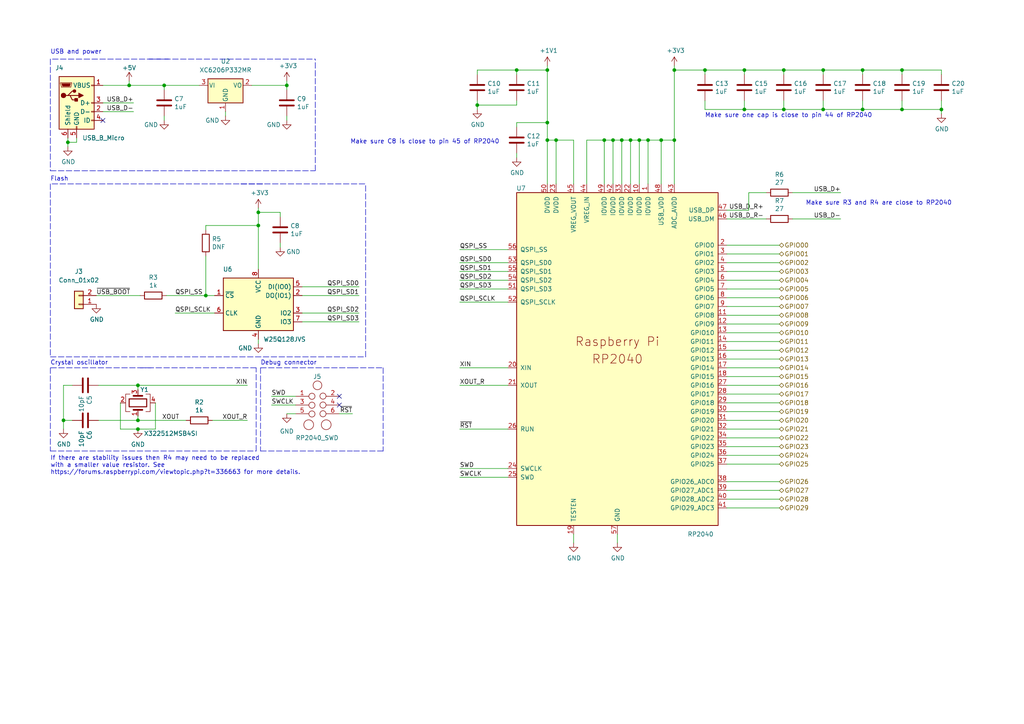
<source format=kicad_sch>
(kicad_sch (version 20211123) (generator eeschema)
  (paper "A4")
  (title_block (date "${DATE}") (rev "${VERSION}"))
  (lib_symbols
    (symbol "Connector:USB_B_Micro" (pin_names (offset 1.016))
      (property "Reference" "J" (at -5.08 11.43 0))
      (property "Value" "USB_B_Micro" (at -5.08 8.89 0))
      (symbol "USB_B_Micro_0_1"
        (rectangle (start -5.08 -7.62) (end 5.08 7.62) (stroke (width 0.254)) (fill (type background)))
        (circle (center -3.81 2.159) (radius 0.635) (stroke (width 0.254)) (fill (type outline)))
        (circle (center -0.635 3.429) (radius 0.381) (stroke (width 0.254)) (fill (type outline)))
        (rectangle (start -0.127 -7.62) (end 0.127 -6.858))
        (polyline (pts (xy -1.905 2.159) (xy 0.635 2.159)) (stroke (width 0.254)))
        (polyline (pts (xy -3.175 2.159) (xy -2.54 2.159) (xy -1.27 3.429) (xy -0.635 3.429)) (stroke (width 0.254)))
        (polyline (pts (xy -2.54 2.159) (xy -1.905 2.159) (xy -1.27 0.889) (xy 0 0.889)) (stroke (width 0.254)))
        (polyline (pts (xy 0.635 2.794) (xy 0.635 1.524) (xy 1.905 2.159) (xy 0.635 2.794)) (stroke (width 0.254)) (fill (type outline)))
        (polyline (pts (xy -4.318 5.588) (xy -1.778 5.588) (xy -2.032 4.826) (xy -4.064 4.826) (xy -4.318 5.588)) (fill (type outline)))
        (polyline (pts (xy -4.699 5.842) (xy -4.699 5.588) (xy -4.445 4.826) (xy -4.445 4.572) (xy -1.651 4.572) (xy -1.651 4.826) (xy -1.397 5.588) (xy -1.397 5.842) (xy -4.699 5.842)))
        (rectangle (start 0.254 1.27) (end -0.508 0.508) (stroke (width 0.254)) (fill (type outline)))
        (rectangle (start 5.08 -5.207) (end 4.318 -4.953))
        (rectangle (start 5.08 -2.667) (end 4.318 -2.413))
        (rectangle (start 5.08 -0.127) (end 4.318 0.127))
        (rectangle (start 5.08 4.953) (end 4.318 5.207))
      )
      (symbol "USB_B_Micro_1_1"
        (pin power_out line (at 7.62 5.08 180) (length 2.54) (name "VBUS") (number "1"))
        (pin bidirectional line (at 7.62 -2.54 180) (length 2.54) (name "D-") (number "2"))
        (pin bidirectional line (at 7.62 0 180) (length 2.54) (name "D+") (number "3"))
        (pin passive line (at 7.62 -5.08 180) (length 2.54) (name "ID") (number "4"))
        (pin power_out line (at 0 -10.16 90) (length 2.54) (name "GND") (number "5"))
        (pin passive line (at -2.54 -10.16 90) (length 2.54) (name "Shield") (number "6"))
      )
    )
    (symbol "Connector_Generic:Conn_01x02" (pin_names (offset 1.016) hide)
      (property "Reference" "J" (at 0 2.54 0))
      (property "Value" "Conn_01x02" (at 0 -5.08 0))
      (symbol "Conn_01x02_1_1"
        (rectangle (start -1.27 -2.413) (end 0 -2.667) (stroke (width 0.1524)))
        (rectangle (start -1.27 0.127) (end 0 -0.127) (stroke (width 0.1524)))
        (rectangle (start -1.27 1.27) (end 1.27 -3.81) (stroke (width 0.254)) (fill (type background)))
        (pin passive line (at -5.08 0 0) (length 3.81) (name "Pin_1") (number "1"))
        (pin passive line (at -5.08 -2.54 0) (length 3.81) (name "Pin_2") (number "2"))
      )
    )
    (symbol "Custom_Symbols:RP2040" (pin_names (offset 1.016))
      (property "Reference" "U" (at -29.21 49.53 0))
      (property "Value" "RP2040" (at 24.13 -49.53 0))
      (symbol "RP2040_0_0"
        (text "Raspberry Pi" (at 0 5.08 0) (effects (font (size 2.54 2.54))))
        (text "RP2040" (at 0 0 0) (effects (font (size 2.54 2.54))))
      )
      (symbol "RP2040_0_1"
        (rectangle (start 29.21 48.26) (end -29.21 -48.26) (stroke (width 0.254)) (fill (type background)))
      )
      (symbol "RP2040_1_1"
        (pin power_in line (at 8.89 50.8 270) (length 2.54) (name "IOVDD") (number "1"))
        (pin power_in line (at 6.35 50.8 270) (length 2.54) (name "IOVDD") (number "10"))
        (pin bidirectional line (at 31.75 12.7 180) (length 2.54) (name "GPIO8") (number "11"))
        (pin bidirectional line (at 31.75 10.16 180) (length 2.54) (name "GPIO9") (number "12"))
        (pin bidirectional line (at 31.75 7.62 180) (length 2.54) (name "GPIO10") (number "13"))
        (pin bidirectional line (at 31.75 5.08 180) (length 2.54) (name "GPIO11") (number "14"))
        (pin bidirectional line (at 31.75 2.54 180) (length 2.54) (name "GPIO12") (number "15"))
        (pin bidirectional line (at 31.75 0 180) (length 2.54) (name "GPIO13") (number "16"))
        (pin bidirectional line (at 31.75 -2.54 180) (length 2.54) (name "GPIO14") (number "17"))
        (pin bidirectional line (at 31.75 -5.08 180) (length 2.54) (name "GPIO15") (number "18"))
        (pin passive line (at -12.7 -50.8 90) (length 2.54) (name "TESTEN") (number "19"))
        (pin bidirectional line (at 31.75 33.02 180) (length 2.54) (name "GPIO0") (number "2"))
        (pin input line (at -31.75 -2.54 0) (length 2.54) (name "XIN") (number "20"))
        (pin passive line (at -31.75 -7.62 0) (length 2.54) (name "XOUT") (number "21"))
        (pin power_in line (at 3.81 50.8 270) (length 2.54) (name "IOVDD") (number "22"))
        (pin power_in line (at -17.78 50.8 270) (length 2.54) (name "DVDD") (number "23"))
        (pin output line (at -31.75 -31.75 0) (length 2.54) (name "SWCLK") (number "24"))
        (pin bidirectional line (at -31.75 -34.29 0) (length 2.54) (name "SWD") (number "25"))
        (pin input line (at -31.75 -20.32 0) (length 2.54) (name "RUN") (number "26"))
        (pin bidirectional line (at 31.75 -7.62 180) (length 2.54) (name "GPIO16") (number "27"))
        (pin bidirectional line (at 31.75 -10.16 180) (length 2.54) (name "GPIO17") (number "28"))
        (pin bidirectional line (at 31.75 -12.7 180) (length 2.54) (name "GPIO18") (number "29"))
        (pin bidirectional line (at 31.75 30.48 180) (length 2.54) (name "GPIO1") (number "3"))
        (pin bidirectional line (at 31.75 -15.24 180) (length 2.54) (name "GPIO19") (number "30"))
        (pin bidirectional line (at 31.75 -17.78 180) (length 2.54) (name "GPIO20") (number "31"))
        (pin bidirectional line (at 31.75 -20.32 180) (length 2.54) (name "GPIO21") (number "32"))
        (pin power_in line (at 1.27 50.8 270) (length 2.54) (name "IOVDD") (number "33"))
        (pin bidirectional line (at 31.75 -22.86 180) (length 2.54) (name "GPIO22") (number "34"))
        (pin bidirectional line (at 31.75 -25.4 180) (length 2.54) (name "GPIO23") (number "35"))
        (pin bidirectional line (at 31.75 -27.94 180) (length 2.54) (name "GPIO24") (number "36"))
        (pin bidirectional line (at 31.75 -30.48 180) (length 2.54) (name "GPIO25") (number "37"))
        (pin bidirectional line (at 31.75 -35.56 180) (length 2.54) (name "GPIO26_ADC0") (number "38"))
        (pin bidirectional line (at 31.75 -38.1 180) (length 2.54) (name "GPIO27_ADC1") (number "39"))
        (pin bidirectional line (at 31.75 27.94 180) (length 2.54) (name "GPIO2") (number "4"))
        (pin bidirectional line (at 31.75 -40.64 180) (length 2.54) (name "GPIO28_ADC2") (number "40"))
        (pin bidirectional line (at 31.75 -43.18 180) (length 2.54) (name "GPIO29_ADC3") (number "41"))
        (pin power_in line (at -1.27 50.8 270) (length 2.54) (name "IOVDD") (number "42"))
        (pin power_in line (at 16.51 50.8 270) (length 2.54) (name "ADC_AVDD") (number "43"))
        (pin power_in line (at -8.89 50.8 270) (length 2.54) (name "VREG_IN") (number "44"))
        (pin power_out line (at -12.7 50.8 270) (length 2.54) (name "VREG_VOUT") (number "45"))
        (pin bidirectional line (at 31.75 40.64 180) (length 2.54) (name "USB_DM") (number "46"))
        (pin bidirectional line (at 31.75 43.18 180) (length 2.54) (name "USB_DP") (number "47"))
        (pin power_in line (at 12.7 50.8 270) (length 2.54) (name "USB_VDD") (number "48"))
        (pin power_in line (at -3.81 50.8 270) (length 2.54) (name "IOVDD") (number "49"))
        (pin bidirectional line (at 31.75 25.4 180) (length 2.54) (name "GPIO3") (number "5"))
        (pin power_in line (at -20.32 50.8 270) (length 2.54) (name "DVDD") (number "50"))
        (pin bidirectional line (at -31.75 20.32 0) (length 2.54) (name "QSPI_SD3") (number "51"))
        (pin output line (at -31.75 16.51 0) (length 2.54) (name "QSPI_SCLK") (number "52"))
        (pin bidirectional line (at -31.75 27.94 0) (length 2.54) (name "QSPI_SD0") (number "53"))
        (pin bidirectional line (at -31.75 22.86 0) (length 2.54) (name "QSPI_SD2") (number "54"))
        (pin bidirectional line (at -31.75 25.4 0) (length 2.54) (name "QSPI_SD1") (number "55"))
        (pin bidirectional line (at -31.75 31.75 0) (length 2.54) (name "QSPI_SS") (number "56"))
        (pin power_in line (at 0 -50.8 90) (length 2.54) (name "GND") (number "57"))
        (pin bidirectional line (at 31.75 22.86 180) (length 2.54) (name "GPIO4") (number "6"))
        (pin bidirectional line (at 31.75 20.32 180) (length 2.54) (name "GPIO5") (number "7"))
        (pin bidirectional line (at 31.75 17.78 180) (length 2.54) (name "GPIO6") (number "8"))
        (pin bidirectional line (at 31.75 15.24 180) (length 2.54) (name "GPIO7") (number "9"))
      )
    )
    (symbol "Custom_Symbols:TC2030-IDC-NL" (pin_names (offset 1.016) hide)
      (property "Reference" "J" (at 0 -8.89 0))
      (property "Value" "TC2030-IDC-NL" (at 0.635 -11.43 0))
      (symbol "TC2030-IDC-NL_0_1"
        (circle (center -2.54 -5.715) (radius 1.4224))
        (circle (center -1.6002 2.54) (radius 0.889))
        (circle (center 0 5.715) (radius 1.27))
      )
      (symbol "TC2030-IDC-NL_1_1"
        (circle (center -1.6002 -2.5908) (radius 0.889))
        (circle (center -1.6002 -0.0508) (radius 0.889))
        (circle (center 1.6002 -2.54) (radius 0.889))
        (circle (center 1.6002 0) (radius 0.889))
        (circle (center 1.6002 2.5908) (radius 0.889))
        (circle (center 2.54 -5.715) (radius 1.4224))
        (pin passive line (at -6.35 2.54 0) (length 3.81) (name "Pin_1") (number "1"))
        (pin passive line (at 6.35 2.54 180) (length 3.81) (name "Pin_2") (number "2"))
        (pin passive line (at -6.35 0 0) (length 3.81) (name "Pin_3") (number "3"))
        (pin passive line (at 6.35 0 180) (length 3.81) (name "Pin_4") (number "4"))
        (pin passive line (at -6.35 -2.54 0) (length 3.81) (name "Pin_5") (number "5"))
        (pin passive line (at 6.35 -2.54 180) (length 3.81) (name "Pin_6") (number "6"))
      )
    )
    (symbol "Device:C" (pin_numbers hide) (pin_names (offset 0.254))
      (property "Reference" "C" (at 0.635 2.54 0))
      (property "Value" "C" (at 0.635 -2.54 0))
      (symbol "C_0_1"
        (polyline (pts (xy -2.032 -0.762) (xy 2.032 -0.762)) (stroke (width 0.508)))
        (polyline (pts (xy -2.032 0.762) (xy 2.032 0.762)) (stroke (width 0.508)))
      )
      (symbol "C_1_1"
        (pin passive line (at 0 3.81 270) (length 2.794) (name "~") (number "1"))
        (pin passive line (at 0 -3.81 90) (length 2.794) (name "~") (number "2"))
      )
    )
    (symbol "Device:Crystal_GND24" (pin_names (offset 1.016) hide)
      (property "Reference" "Y" (at 3.175 5.08 0))
      (property "Value" "Crystal_GND24" (at 3.175 3.175 0))
      (symbol "Crystal_GND24_0_1"
        (rectangle (start -1.143 2.54) (end 1.143 -2.54) (stroke (width 0.3048)))
        (polyline (pts (xy -2.54 0) (xy -2.032 0)))
        (polyline (pts (xy -2.032 -1.27) (xy -2.032 1.27)) (stroke (width 0.508)))
        (polyline (pts (xy 0 -3.81) (xy 0 -3.556)))
        (polyline (pts (xy 0 3.556) (xy 0 3.81)))
        (polyline (pts (xy 2.032 -1.27) (xy 2.032 1.27)) (stroke (width 0.508)))
        (polyline (pts (xy 2.032 0) (xy 2.54 0)))
        (polyline (pts (xy -2.54 -2.286) (xy -2.54 -3.556) (xy 2.54 -3.556) (xy 2.54 -2.286)))
        (polyline (pts (xy -2.54 2.286) (xy -2.54 3.556) (xy 2.54 3.556) (xy 2.54 2.286)))
      )
      (symbol "Crystal_GND24_1_1"
        (pin passive line (at -3.81 0 0) (length 1.27) (name "1") (number "1"))
        (pin passive line (at 0 5.08 270) (length 1.27) (name "2") (number "2"))
        (pin passive line (at 3.81 0 180) (length 1.27) (name "3") (number "3"))
        (pin passive line (at 0 -5.08 90) (length 1.27) (name "4") (number "4"))
      )
    )
    (symbol "Device:R" (pin_numbers hide) (pin_names (offset 0))
      (property "Reference" "R" (at 2.032 0 90))
      (property "Value" "R" (at 0 0 90))
      (symbol "R_0_1"
        (rectangle (start -1.016 -2.54) (end 1.016 2.54) (stroke (width 0.254)))
      )
      (symbol "R_1_1"
        (pin passive line (at 0 3.81 270) (length 1.27) (name "~") (number "1"))
        (pin passive line (at 0 -3.81 90) (length 1.27) (name "~") (number "2"))
      )
    )
    (symbol "Memory_Flash:W25Q128JVS"
      (property "Reference" "U" (at -8.89 8.89 0))
      (property "Value" "W25Q128JVS" (at 7.62 8.89 0))
      (symbol "W25Q128JVS_0_1"
        (rectangle (start -10.16 7.62) (end 10.16 -7.62) (stroke (width 0.254)) (fill (type background)))
      )
      (symbol "W25Q128JVS_1_1"
        (pin input line (at -12.7 2.54 0) (length 2.54) (name "~{CS}") (number "1"))
        (pin bidirectional line (at 12.7 2.54 180) (length 2.54) (name "DO(IO1)") (number "2"))
        (pin bidirectional line (at 12.7 -2.54 180) (length 2.54) (name "IO2") (number "3"))
        (pin power_in line (at 0 -10.16 90) (length 2.54) (name "GND") (number "4"))
        (pin bidirectional line (at 12.7 5.08 180) (length 2.54) (name "DI(IO0)") (number "5"))
        (pin input line (at -12.7 -2.54 0) (length 2.54) (name "CLK") (number "6"))
        (pin bidirectional line (at 12.7 -5.08 180) (length 2.54) (name "IO3") (number "7"))
        (pin power_in line (at 0 10.16 270) (length 2.54) (name "VCC") (number "8"))
      )
    )
    (symbol "Regulator_Linear:XC6206PxxxMR" (pin_names (offset 0.254))
      (property "Reference" "U" (at -3.81 3.175 0))
      (property "Value" "XC6206PxxxMR" (at 0 3.175 0))
      (symbol "XC6206PxxxMR_0_1"
        (rectangle (start -5.08 1.905) (end 5.08 -5.08) (stroke (width 0.254)) (fill (type background)))
      )
      (symbol "XC6206PxxxMR_1_1"
        (pin power_in line (at 0 -7.62 90) (length 2.54) (name "GND") (number "1"))
        (pin power_out line (at 7.62 0 180) (length 2.54) (name "VO") (number "2"))
        (pin power_in line (at -7.62 0 0) (length 2.54) (name "VI") (number "3"))
      )
    )
    (symbol "power:+1V1" (power) (pin_names (offset 0))
      (property "Value" "+1V1" (at 0 3.556 0))
      (symbol "+1V1_0_1"
        (polyline (pts (xy -0.762 1.27) (xy 0 2.54)))
        (polyline (pts (xy 0 0) (xy 0 2.54)))
        (polyline (pts (xy 0 2.54) (xy 0.762 1.27)))
      )
      (symbol "+1V1_1_1"
        (pin power_in line (at 0 0 90) (length 0) hide (name "+1V1") (number "1"))
      )
    )
    (symbol "power:+3V3" (power) (pin_names (offset 0))
      (property "Value" "+3V3" (at 0 3.556 0))
      (symbol "+3V3_0_1"
        (polyline (pts (xy -0.762 1.27) (xy 0 2.54)))
        (polyline (pts (xy 0 0) (xy 0 2.54)))
        (polyline (pts (xy 0 2.54) (xy 0.762 1.27)))
      )
      (symbol "+3V3_1_1"
        (pin power_in line (at 0 0 90) (length 0) hide (name "+3V3") (number "1"))
      )
    )
    (symbol "power:+5V" (power) (pin_names (offset 0))
      (property "Value" "+5V" (at 0 3.556 0))
      (symbol "+5V_0_1"
        (polyline (pts (xy -0.762 1.27) (xy 0 2.54)))
        (polyline (pts (xy 0 0) (xy 0 2.54)))
        (polyline (pts (xy 0 2.54) (xy 0.762 1.27)))
      )
      (symbol "+5V_1_1"
        (pin power_in line (at 0 0 90) (length 0) hide (name "+5V") (number "1"))
      )
    )
    (symbol "power:GND" (power) (pin_names (offset 0))
      (property "Value" "GND" (at 0 -3.81 0))
      (symbol "GND_0_1"
        (polyline (pts (xy 0 0) (xy 0 -1.27) (xy 1.27 -1.27) (xy 0 -2.54) (xy -1.27 -1.27) (xy 0 -1.27)))
      )
      (symbol "GND_1_1"
        (pin power_in line (at 0 0 270) (length 0) hide (name "GND") (number "1"))
      )
    )
  )
  (junction (at 215.9 20.32))
  (junction (at 261.62 31.75))
  (junction (at 83.185 24.765))
  (junction (at 215.9 31.75))
  (junction (at 74.93 65.405))
  (junction (at 37.465 24.765))
  (junction (at 195.58 40.64))
  (junction (at 191.77 40.64))
  (junction (at 19.685 41.275))
  (junction (at 158.75 35.56))
  (junction (at 250.19 20.32))
  (junction (at 273.05 31.75))
  (junction (at 138.43 30.48))
  (junction (at 175.26 40.64))
  (junction (at 187.96 40.64))
  (junction (at 180.34 40.64))
  (junction (at 47.625 24.765))
  (junction (at 204.47 20.32))
  (junction (at 40.005 124.46))
  (junction (at 238.76 31.75))
  (junction (at 18.415 121.92))
  (junction (at 261.62 20.32))
  (junction (at 227.33 31.75))
  (junction (at 158.75 40.64))
  (junction (at 250.19 31.75))
  (junction (at 227.33 20.32))
  (junction (at 161.29 40.64))
  (junction (at 182.88 40.64))
  (junction (at 195.58 20.32))
  (junction (at 74.93 61.595))
  (junction (at 149.86 20.32))
  (junction (at 59.69 85.725))
  (junction (at 40.005 121.92))
  (junction (at 238.76 20.32))
  (junction (at 158.75 20.32))
  (junction (at 185.42 40.64))
  (junction (at 40.005 111.76))
  (junction (at 177.8 40.64))
  (no_connect (at 29.845 34.925))
  (no_connect (at 98.425 117.475))
  (no_connect (at 98.425 114.935))
  (wire (pts (xy 138.43 20.32) (xy 149.86 20.32)))
  (wire (pts (xy 147.32 111.76) (xy 133.35 111.76)))
  (wire (pts (xy 195.58 20.32) (xy 195.58 40.64)))
  (wire (pts (xy 210.82 116.84) (xy 226.06 116.84)))
  (wire (pts (xy 18.415 111.76) (xy 18.415 121.92)))
  (polyline (pts (xy 74.295 130.81) (xy 74.295 106.68)))
  (wire (pts (xy 250.19 31.75) (xy 238.76 31.75)))
  (wire (pts (xy 229.87 55.88) (xy 243.84 55.88)))
  (wire (pts (xy 166.37 154.94) (xy 166.37 157.48)))
  (wire (pts (xy 59.69 65.405) (xy 74.93 65.405)))
  (wire (pts (xy 40.64 85.725) (xy 27.94 85.725)))
  (wire (pts (xy 158.75 20.32) (xy 158.75 35.56)))
  (wire (pts (xy 34.925 116.84) (xy 34.925 124.46)))
  (wire (pts (xy 227.33 29.21) (xy 227.33 31.75)))
  (wire (pts (xy 78.74 114.935) (xy 85.725 114.935)))
  (wire (pts (xy 210.82 73.66) (xy 226.06 73.66)))
  (wire (pts (xy 210.82 81.28) (xy 226.06 81.28)))
  (wire (pts (xy 133.35 76.2) (xy 147.32 76.2)))
  (wire (pts (xy 133.35 106.68) (xy 147.32 106.68)))
  (wire (pts (xy 50.8 90.805) (xy 62.23 90.805)))
  (wire (pts (xy 210.82 96.52) (xy 226.06 96.52)))
  (wire (pts (xy 133.35 81.28) (xy 147.32 81.28)))
  (polyline (pts (xy 75.565 106.68) (xy 75.565 130.81)))
  (wire (pts (xy 81.28 61.595) (xy 74.93 61.595)))
  (wire (pts (xy 166.37 40.64) (xy 161.29 40.64)))
  (wire (pts (xy 191.77 40.64) (xy 195.58 40.64)))
  (wire (pts (xy 74.93 60.325) (xy 74.93 61.595)))
  (wire (pts (xy 175.26 53.34) (xy 175.26 40.64)))
  (wire (pts (xy 170.18 53.34) (xy 170.18 40.64)))
  (polyline (pts (xy 111.125 106.68) (xy 111.125 130.81)))
  (wire (pts (xy 29.845 24.765) (xy 37.465 24.765)))
  (wire (pts (xy 195.58 19.05) (xy 195.58 20.32)))
  (wire (pts (xy 78.74 117.475) (xy 85.725 117.475)))
  (wire (pts (xy 133.35 83.82) (xy 147.32 83.82)))
  (wire (pts (xy 83.185 24.765) (xy 83.185 23.495)))
  (wire (pts (xy 37.465 23.495) (xy 37.465 24.765)))
  (wire (pts (xy 61.595 121.92) (xy 71.755 121.92)))
  (wire (pts (xy 210.82 76.2) (xy 226.06 76.2)))
  (wire (pts (xy 40.005 111.76) (xy 71.755 111.76)))
  (wire (pts (xy 238.76 31.75) (xy 227.33 31.75)))
  (wire (pts (xy 210.82 142.24) (xy 226.06 142.24)))
  (polyline (pts (xy 76.2 53.34) (xy 14.605 53.34)))
  (polyline (pts (xy 111.125 130.81) (xy 102.235 130.81)))
  (wire (pts (xy 59.69 66.675) (xy 59.69 65.405)))
  (wire (pts (xy 83.185 120.015) (xy 85.725 120.015)))
  (wire (pts (xy 215.9 21.59) (xy 215.9 20.32)))
  (polyline (pts (xy 43.815 106.68) (xy 14.605 106.68)))
  (wire (pts (xy 210.82 129.54) (xy 226.06 129.54)))
  (wire (pts (xy 87.63 83.185) (xy 104.14 83.185)))
  (wire (pts (xy 147.32 72.39) (xy 133.35 72.39)))
  (wire (pts (xy 238.76 21.59) (xy 238.76 20.32)))
  (wire (pts (xy 177.8 40.64) (xy 180.34 40.64)))
  (wire (pts (xy 210.82 78.74) (xy 226.06 78.74)))
  (wire (pts (xy 210.82 109.22) (xy 226.06 109.22)))
  (wire (pts (xy 19.685 41.275) (xy 19.685 42.545)))
  (wire (pts (xy 195.58 20.32) (xy 204.47 20.32)))
  (wire (pts (xy 261.62 31.75) (xy 273.05 31.75)))
  (wire (pts (xy 210.82 147.32) (xy 226.06 147.32)))
  (wire (pts (xy 161.29 40.64) (xy 158.75 40.64)))
  (wire (pts (xy 59.69 85.725) (xy 62.23 85.725)))
  (wire (pts (xy 250.19 21.59) (xy 250.19 20.32)))
  (wire (pts (xy 210.82 93.98) (xy 226.06 93.98)))
  (wire (pts (xy 187.96 40.64) (xy 191.77 40.64)))
  (wire (pts (xy 20.955 121.92) (xy 18.415 121.92)))
  (wire (pts (xy 210.82 86.36) (xy 226.06 86.36)))
  (wire (pts (xy 250.19 20.32) (xy 261.62 20.32)))
  (wire (pts (xy 210.82 101.6) (xy 226.06 101.6)))
  (wire (pts (xy 175.26 40.64) (xy 177.8 40.64)))
  (wire (pts (xy 227.33 21.59) (xy 227.33 20.32)))
  (wire (pts (xy 182.88 40.64) (xy 185.42 40.64)))
  (wire (pts (xy 215.9 20.32) (xy 227.33 20.32)))
  (wire (pts (xy 166.37 53.34) (xy 166.37 40.64)))
  (wire (pts (xy 83.185 33.655) (xy 83.185 34.925)))
  (wire (pts (xy 210.82 63.5) (xy 222.25 63.5)))
  (wire (pts (xy 37.465 24.765) (xy 47.625 24.765)))
  (wire (pts (xy 65.405 32.385) (xy 65.405 33.655)))
  (wire (pts (xy 147.32 87.63) (xy 133.35 87.63)))
  (wire (pts (xy 29.845 32.385) (xy 38.735 32.385)))
  (wire (pts (xy 149.86 44.45) (xy 149.86 45.72)))
  (wire (pts (xy 133.35 135.89) (xy 147.32 135.89)))
  (wire (pts (xy 22.225 41.275) (xy 19.685 41.275)))
  (polyline (pts (xy 102.235 106.68) (xy 111.125 106.68)))
  (wire (pts (xy 238.76 20.32) (xy 250.19 20.32)))
  (wire (pts (xy 210.82 144.78) (xy 226.06 144.78)))
  (wire (pts (xy 210.82 88.9) (xy 226.06 88.9)))
  (wire (pts (xy 273.05 21.59) (xy 273.05 20.32)))
  (wire (pts (xy 204.47 29.21) (xy 204.47 31.75)))
  (wire (pts (xy 29.845 29.845) (xy 38.735 29.845)))
  (wire (pts (xy 138.43 29.21) (xy 138.43 30.48)))
  (wire (pts (xy 215.9 29.21) (xy 215.9 31.75)))
  (wire (pts (xy 210.82 83.82) (xy 226.06 83.82)))
  (wire (pts (xy 250.19 29.21) (xy 250.19 31.75)))
  (wire (pts (xy 185.42 40.64) (xy 187.96 40.64)))
  (wire (pts (xy 210.82 91.44) (xy 226.06 91.44)))
  (wire (pts (xy 180.34 53.34) (xy 180.34 40.64)))
  (polyline (pts (xy 91.44 49.53) (xy 91.44 17.145)))
  (wire (pts (xy 18.415 121.92) (xy 18.415 124.46)))
  (wire (pts (xy 40.005 113.03) (xy 40.005 111.76)))
  (wire (pts (xy 81.28 62.865) (xy 81.28 61.595)))
  (polyline (pts (xy 14.605 130.81) (xy 74.295 130.81)))
  (wire (pts (xy 45.085 116.84) (xy 45.085 124.46)))
  (wire (pts (xy 210.82 127) (xy 226.06 127)))
  (polyline (pts (xy 75.565 106.68) (xy 102.235 106.68)))
  (wire (pts (xy 138.43 30.48) (xy 149.86 30.48)))
  (wire (pts (xy 161.29 53.34) (xy 161.29 40.64)))
  (wire (pts (xy 74.93 61.595) (xy 74.93 65.405)))
  (wire (pts (xy 40.005 120.65) (xy 40.005 121.92)))
  (wire (pts (xy 210.82 106.68) (xy 226.06 106.68)))
  (wire (pts (xy 74.93 65.405) (xy 74.93 78.105)))
  (wire (pts (xy 210.82 132.08) (xy 226.06 132.08)))
  (wire (pts (xy 273.05 29.21) (xy 273.05 31.75)))
  (wire (pts (xy 217.17 55.88) (xy 222.25 55.88)))
  (wire (pts (xy 261.62 20.32) (xy 273.05 20.32)))
  (wire (pts (xy 191.77 53.34) (xy 191.77 40.64)))
  (wire (pts (xy 149.86 30.48) (xy 149.86 29.21)))
  (wire (pts (xy 177.8 53.34) (xy 177.8 40.64)))
  (wire (pts (xy 158.75 19.05) (xy 158.75 20.32)))
  (wire (pts (xy 210.82 124.46) (xy 226.06 124.46)))
  (polyline (pts (xy 40.64 106.68) (xy 74.295 106.68)))
  (wire (pts (xy 195.58 40.64) (xy 195.58 53.34)))
  (polyline (pts (xy 14.605 49.53) (xy 91.44 49.53)))
  (wire (pts (xy 210.82 114.3) (xy 226.06 114.3)))
  (wire (pts (xy 204.47 20.32) (xy 215.9 20.32)))
  (wire (pts (xy 210.82 99.06) (xy 226.06 99.06)))
  (wire (pts (xy 182.88 53.34) (xy 182.88 40.64)))
  (wire (pts (xy 210.82 134.62) (xy 226.06 134.62)))
  (wire (pts (xy 87.63 90.805) (xy 104.14 90.805)))
  (polyline (pts (xy 14.605 103.505) (xy 106.045 103.505)))
  (polyline (pts (xy 69.85 53.34) (xy 106.045 53.34)))
  (wire (pts (xy 87.63 93.345) (xy 104.14 93.345)))
  (wire (pts (xy 28.575 111.76) (xy 40.005 111.76)))
  (wire (pts (xy 28.575 121.92) (xy 40.005 121.92)))
  (wire (pts (xy 210.82 121.92) (xy 226.06 121.92)))
  (wire (pts (xy 34.925 124.46) (xy 40.005 124.46)))
  (wire (pts (xy 133.35 78.74) (xy 147.32 78.74)))
  (wire (pts (xy 170.18 40.64) (xy 175.26 40.64)))
  (wire (pts (xy 47.625 33.655) (xy 47.625 34.925)))
  (wire (pts (xy 215.9 31.75) (xy 204.47 31.75)))
  (wire (pts (xy 180.34 40.64) (xy 182.88 40.64)))
  (wire (pts (xy 210.82 139.7) (xy 226.06 139.7)))
  (wire (pts (xy 74.93 98.425) (xy 74.93 99.695)))
  (wire (pts (xy 87.63 85.725) (xy 104.14 85.725)))
  (wire (pts (xy 227.33 20.32) (xy 238.76 20.32)))
  (wire (pts (xy 261.62 31.75) (xy 250.19 31.75)))
  (wire (pts (xy 45.085 124.46) (xy 40.005 124.46)))
  (wire (pts (xy 238.76 29.21) (xy 238.76 31.75)))
  (wire (pts (xy 98.425 120.015) (xy 102.235 120.015)))
  (polyline (pts (xy 106.045 103.505) (xy 106.045 53.34)))
  (polyline (pts (xy 14.605 106.68) (xy 14.605 130.81)))
  (polyline (pts (xy 14.605 53.34) (xy 14.605 103.505)))
  (wire (pts (xy 73.025 24.765) (xy 83.185 24.765)))
  (wire (pts (xy 138.43 21.59) (xy 138.43 20.32)))
  (wire (pts (xy 261.62 21.59) (xy 261.62 20.32)))
  (wire (pts (xy 149.86 35.56) (xy 158.75 35.56)))
  (wire (pts (xy 149.86 21.59) (xy 149.86 20.32)))
  (wire (pts (xy 147.32 124.46) (xy 133.35 124.46)))
  (polyline (pts (xy 43.18 17.145) (xy 91.44 17.145)))
  (wire (pts (xy 210.82 104.14) (xy 226.06 104.14)))
  (wire (pts (xy 57.785 24.765) (xy 47.625 24.765)))
  (wire (pts (xy 19.685 40.005) (xy 19.685 41.275)))
  (wire (pts (xy 83.185 26.035) (xy 83.185 24.765)))
  (wire (pts (xy 158.75 40.64) (xy 158.75 53.34)))
  (wire (pts (xy 59.69 74.295) (xy 59.69 85.725)))
  (polyline (pts (xy 75.565 130.81) (xy 102.235 130.81)))
  (wire (pts (xy 204.47 21.59) (xy 204.47 20.32)))
  (wire (pts (xy 227.33 31.75) (xy 215.9 31.75)))
  (wire (pts (xy 40.005 121.92) (xy 53.975 121.92)))
  (wire (pts (xy 81.28 70.485) (xy 81.28 71.755)))
  (wire (pts (xy 273.05 31.75) (xy 273.05 33.02)))
  (wire (pts (xy 133.35 138.43) (xy 147.32 138.43)))
  (polyline (pts (xy 14.605 17.145) (xy 14.605 49.53)))
  (wire (pts (xy 217.17 55.88) (xy 217.17 60.96)))
  (wire (pts (xy 261.62 29.21) (xy 261.62 31.75)))
  (wire (pts (xy 47.625 26.035) (xy 47.625 24.765)))
  (wire (pts (xy 179.07 154.94) (xy 179.07 157.48)))
  (wire (pts (xy 149.86 20.32) (xy 158.75 20.32)))
  (polyline (pts (xy 48.895 17.145) (xy 14.605 17.145)))
  (wire (pts (xy 149.86 36.83) (xy 149.86 35.56)))
  (wire (pts (xy 22.225 40.005) (xy 22.225 41.275)))
  (wire (pts (xy 210.82 60.96) (xy 217.17 60.96)))
  (wire (pts (xy 185.42 53.34) (xy 185.42 40.64)))
  (wire (pts (xy 187.96 40.64) (xy 187.96 53.34)))
  (wire (pts (xy 210.82 111.76) (xy 226.06 111.76)))
  (wire (pts (xy 20.955 111.76) (xy 18.415 111.76)))
  (wire (pts (xy 138.43 30.48) (xy 138.43 31.75)))
  (wire (pts (xy 48.26 85.725) (xy 59.69 85.725)))
  (wire (pts (xy 210.82 119.38) (xy 226.06 119.38)))
  (wire (pts (xy 158.75 35.56) (xy 158.75 40.64)))
  (wire (pts (xy 229.87 63.5) (xy 243.84 63.5)))
  (wire (pts (xy 210.82 71.12) (xy 226.06 71.12)))
  (text "If there are stability issues then R4 may need to be replaced\nwith a smaller value resistor. See \nhttps://forums.raspberrypi.com/viewtopic.php?t=336663 for more details." (at 14.605 137.795 0) (effects (font (size 1.27 1.27)) (justify left bottom)))
  (text "Make sure one cap is close to pin 44 of RP2040" (at 204.47 34.29 0) (effects (font (size 1.27 1.27)) (justify left bottom)))
  (text "Crystal oscillator" (at 14.605 106.045 0) (effects (font (size 1.27 1.27)) (justify left bottom)))
  (text "Make sure R3 and R4 are close to RP2040" (at 233.68 59.69 0) (effects (font (size 1.27 1.27)) (justify left bottom)))
  (text "USB and power" (at 14.605 15.875 0) (effects (font (size 1.27 1.27)) (justify left bottom)))
  (text "Flash" (at 14.605 52.705 0) (effects (font (size 1.27 1.27)) (justify left bottom)))
  (text "Debug connector" (at 75.565 106.045 0) (effects (font (size 1.27 1.27)) (justify left bottom)))
  (text "Make sure C8 is close to pin 45 of RP2040" (at 101.6 41.91 0) (effects (font (size 1.27 1.27)) (justify left bottom)))
  (label "SWD" (at 133.35 135.89 0))
  (label "~{RST}" (at 133.35 124.46 0))
  (label "USB_D+" (at 38.735 29.845 180))
  (label "QSPI_SD2" (at 104.14 90.805 180))
  (label "QSPI_SS" (at 133.35 72.39 0))
  (label "USB_D+" (at 243.84 55.88 180))
  (label "QSPI_SD0" (at 133.35 76.2 0))
  (label "USB_D_R-" (at 211.455 63.5 0))
  (label "QSPI_SD1" (at 104.14 85.725 180))
  (label "USB_D-" (at 243.84 63.5 180))
  (label "QSPI_SD2" (at 133.35 81.28 0))
  (label "QSPI_SS" (at 50.8 85.725 0))
  (label "SWCLK" (at 78.74 117.475 0))
  (label "QSPI_SD1" (at 133.35 78.74 0))
  (label "XOUT_R" (at 71.755 121.92 180))
  (label "~{USB_BOOT}" (at 27.94 85.725 0))
  (label "USB_D_R+" (at 211.455 60.96 0))
  (label "~{RST}" (at 102.235 120.015 180))
  (label "USB_D-" (at 38.735 32.385 180))
  (label "QSPI_SD3" (at 104.14 93.345 180))
  (label "SWD" (at 78.74 114.935 0))
  (label "XOUT_R" (at 133.35 111.76 0))
  (label "QSPI_SCLK" (at 50.8 90.805 0))
  (label "QSPI_SD3" (at 133.35 83.82 0))
  (label "XOUT" (at 46.99 121.92 0))
  (label "XIN" (at 71.755 111.76 180))
  (label "QSPI_SD0" (at 104.14 83.185 180))
  (label "QSPI_SCLK" (at 133.35 87.63 0))
  (label "XIN" (at 133.35 106.68 0))
  (label "SWCLK" (at 133.35 138.43 0))
  (hierarchical_label "GPIO07" (shape bidirectional) (at 226.06 88.9 0))
  (hierarchical_label "GPIO13" (shape bidirectional) (at 226.06 104.14 0))
  (hierarchical_label "GPIO17" (shape bidirectional) (at 226.06 114.3 0))
  (hierarchical_label "GPIO29" (shape bidirectional) (at 226.06 147.32 0))
  (hierarchical_label "GPIO26" (shape bidirectional) (at 226.06 139.7 0))
  (hierarchical_label "GPIO25" (shape bidirectional) (at 226.06 134.62 0))
  (hierarchical_label "GPIO28" (shape bidirectional) (at 226.06 144.78 0))
  (hierarchical_label "GPIO08" (shape bidirectional) (at 226.06 91.44 0))
  (hierarchical_label "GPIO00" (shape bidirectional) (at 226.06 71.12 0))
  (hierarchical_label "GPIO19" (shape bidirectional) (at 226.06 119.38 0))
  (hierarchical_label "GPIO05" (shape bidirectional) (at 226.06 83.82 0))
  (hierarchical_label "GPIO24" (shape bidirectional) (at 226.06 132.08 0))
  (hierarchical_label "GPIO12" (shape bidirectional) (at 226.06 101.6 0))
  (hierarchical_label "GPIO01" (shape bidirectional) (at 226.06 73.66 0))
  (hierarchical_label "GPIO15" (shape bidirectional) (at 226.06 109.22 0))
  (hierarchical_label "GPIO03" (shape bidirectional) (at 226.06 78.74 0))
  (hierarchical_label "GPIO11" (shape bidirectional) (at 226.06 99.06 0))
  (hierarchical_label "GPIO27" (shape bidirectional) (at 226.06 142.24 0))
  (hierarchical_label "GPIO14" (shape bidirectional) (at 226.06 106.68 0))
  (hierarchical_label "GPIO18" (shape bidirectional) (at 226.06 116.84 0))
  (hierarchical_label "GPIO09" (shape bidirectional) (at 226.06 93.98 0))
  (hierarchical_label "GPIO02" (shape bidirectional) (at 226.06 76.2 0))
  (hierarchical_label "GPIO22" (shape bidirectional) (at 226.06 127 0))
  (hierarchical_label "GPIO23" (shape bidirectional) (at 226.06 129.54 0))
  (hierarchical_label "GPIO10" (shape bidirectional) (at 226.06 96.52 0))
  (hierarchical_label "GPIO16" (shape bidirectional) (at 226.06 111.76 0))
  (hierarchical_label "GPIO06" (shape bidirectional) (at 226.06 86.36 0))
  (hierarchical_label "GPIO04" (shape bidirectional) (at 226.06 81.28 0))
  (hierarchical_label "GPIO20" (shape bidirectional) (at 226.06 121.92 0))
  (hierarchical_label "GPIO21" (shape bidirectional) (at 226.06 124.46 0))
  (symbol (lib_id "Connector:USB_B_Micro") (at 22.225 29.845 0) (unit 1)
    (property "Reference" "J4" (at 18.415 19.685 0) (effects (justify right)))
    (property "Value" "USB_B_Micro" (at 36.195 40.005 0) (effects (justify right)))
    (property "Footprint" "Custom_Footprints:USB_B_Mini_Amphenol_UE25BE5510H" (effects hide))
  )
  (symbol (lib_id "power:GND") (at 27.94 88.265 0) (unit 1)
    (property "Reference" "#PWR0105" (effects hide))
    (property "Value" "GND" (at 28.067 92.6592 0))
  )
  (symbol (lib_id "Regulator_Linear:XC6206PxxxMR") (at 65.405 24.765 0) (unit 1)
    (property "Reference" "U2" (at 65.405 17.78 0))
    (property "Value" "XC6206P332MR" (at 65.405 20.32 0))
    (property "Footprint" "Package_TO_SOT_SMD:SOT-23" (effects hide))
    (property "Datasheet" "https://www.torexsemi.com/file/xc6206/XC6206.pdf" (effects hide))
  )
  (symbol (lib_id "Device:C") (at 149.86 25.4 0) (unit 1)
    (property "Reference" "C11" (at 152.781 24.2316 0) (effects (justify left)))
    (property "Value" "1uF" (at 152.781 26.543 0) (effects (justify left)))
    (property "Footprint" "Custom_Footprints:Perfect_0402" (effects hide))
    (property "JLC" "0402" (effects hide))
    (property "LCSC" "C52923" (effects hide))
  )
  (symbol (lib_id "Device:R") (at 44.45 85.725 270) (unit 1)
    (property "Reference" "R3" (at 44.45 80.4672 90))
    (property "Value" "1k" (at 44.45 82.7786 90))
    (property "Footprint" "Custom_Footprints:Perfect_0402" (effects hide))
    (property "JLC" "0402" (effects hide))
    (property "LCSC" "C11702" (effects hide))
  )
  (symbol (lib_id "Device:C") (at 149.86 40.64 0) (unit 1)
    (property "Reference" "C12" (at 152.781 39.4716 0) (effects (justify left)))
    (property "Value" "1uF" (at 152.781 41.783 0) (effects (justify left)))
    (property "Footprint" "Custom_Footprints:Perfect_0402" (effects hide))
    (property "JLC" "0402" (effects hide))
    (property "LCSC" "C52923" (effects hide))
  )
  (symbol (lib_id "power:GND") (at 166.37 157.48 0) (unit 1)
    (property "Reference" "#PWR038" (effects hide))
    (property "Value" "GND" (at 166.497 161.8742 0))
  )
  (symbol (lib_id "Device:R") (at 226.06 63.5 270) (unit 1)
    (property "Reference" "R7" (at 226.06 58.2422 90))
    (property "Value" "27" (at 226.06 60.5536 90))
    (property "Footprint" "Resistor_SMD:R_0603_1608Metric" (effects hide))
    (property "JLC" "0603" (effects hide))
    (property "LCSC" "C25190" (effects hide))
  )
  (symbol (lib_id "power:GND") (at 273.05 33.02 0) (unit 1)
    (property "Reference" "#PWR042" (effects hide))
    (property "Value" "GND" (at 273.177 37.4142 0))
  )
  (symbol (lib_id "power:GND") (at 47.625 34.925 0) (unit 1)
    (property "Reference" "#PWR0108" (effects hide))
    (property "Value" "GND" (at 43.815 36.195 0))
  )
  (symbol (lib_id "power:GND") (at 81.28 71.755 0) (unit 1)
    (property "Reference" "#PWR0103" (effects hide))
    (property "Value" "GND" (at 85.09 73.025 0))
  )
  (symbol (lib_id "Device:C") (at 83.185 29.845 0) (unit 1)
    (property "Reference" "C9" (at 86.106 28.6766 0) (effects (justify left)))
    (property "Value" "1uF" (at 86.106 30.988 0) (effects (justify left)))
    (property "Footprint" "Custom_Footprints:Perfect_0402" (effects hide))
    (property "JLC" "0402" (effects hide))
    (property "LCSC" "C52923" (effects hide))
  )
  (symbol (lib_id "power:+1V1") (at 158.75 19.05 0) (unit 1)
    (property "Reference" "#PWR037" (effects hide))
    (property "Value" "+1V1" (at 159.131 14.6558 0))
  )
  (symbol (lib_id "Device:C") (at 81.28 66.675 0) (unit 1)
    (property "Reference" "C8" (at 84.201 65.5066 0) (effects (justify left)))
    (property "Value" "1uF" (at 84.201 67.818 0) (effects (justify left)))
    (property "Footprint" "Custom_Footprints:Perfect_0402" (effects hide))
    (property "JLC" "0402" (effects hide))
    (property "LCSC" "C52923" (effects hide))
  )
  (symbol (lib_id "Device:C") (at 24.765 111.76 270) (unit 1)
    (property "Reference" "C5" (at 25.9334 114.681 0) (effects (justify left)))
    (property "Value" "10pF" (at 23.622 114.681 0) (effects (justify left)))
    (property "Footprint" "Custom_Footprints:Perfect_0402" (effects hide))
    (property "JLC" "0402" (effects hide))
    (property "LCSC" "C32949" (effects hide))
  )
  (symbol (lib_id "Custom_Symbols:RP2040") (at 179.07 104.14 0) (unit 1)
    (property "Reference" "U7" (at 151.13 54.61 0))
    (property "Value" "RP2040" (at 203.2 154.94 0))
    (property "Footprint" "Custom_Footprints:QFN56P40_700X700X90L40X18T310N" (effects hide))
    (property "Datasheet" "https://datasheets.raspberrypi.com/rp2040/rp2040-datasheet.pdf" (effects hide))
    (property "JLC" "LQFN-56_EP_7.0x7.0x0.4P" (effects hide))
    (property "LCSC" "C2040" (effects hide))
  )
  (symbol (lib_id "Device:R") (at 226.06 55.88 270) (unit 1)
    (property "Reference" "R6" (at 226.06 50.6222 90))
    (property "Value" "27" (at 226.06 52.9336 90))
    (property "Footprint" "Resistor_SMD:R_0603_1608Metric" (effects hide))
    (property "JLC" "0603" (effects hide))
    (property "LCSC" "C25190" (effects hide))
  )
  (symbol (lib_id "Custom_Symbols:TC2030-IDC-NL") (at 92.075 117.475 0) (unit 1)
    (property "Reference" "J5" (at 90.805 109.22 0) (effects (justify left)))
    (property "Value" "RP2040_SWD" (at 85.725 127 0) (effects (justify left)))
    (property "Footprint" "Connector:Tag-Connect_TC2030-IDC-NL_2x03_P1.27mm_Vertical" (effects hide))
    (property "Datasheet" "https://www.tag-connect.com/wp-content/uploads/bsk-pdf-manager/2019/12/TC2030-IDC-NL-Datasheet-Rev-B.pdf" (effects hide))
  )
  (symbol (lib_id "power:+3V3") (at 195.58 19.05 0) (unit 1)
    (property "Reference" "#PWR040" (effects hide))
    (property "Value" "+3V3" (at 195.961 14.6558 0))
  )
  (symbol (lib_id "Device:C") (at 250.19 25.4 0) (unit 1)
    (property "Reference" "C18" (at 253.111 24.2316 0) (effects (justify left)))
    (property "Value" "1uF" (at 253.111 26.543 0) (effects (justify left)))
    (property "Footprint" "Custom_Footprints:Perfect_0402" (effects hide))
    (property "JLC" "0402" (effects hide))
    (property "LCSC" "C52923" (effects hide))
  )
  (symbol (lib_id "Device:C") (at 24.765 121.92 270) (unit 1)
    (property "Reference" "C6" (at 25.9334 124.841 0) (effects (justify left)))
    (property "Value" "10pF" (at 23.622 124.841 0) (effects (justify left)))
    (property "Footprint" "Custom_Footprints:Perfect_0402" (effects hide))
    (property "JLC" "0402" (effects hide))
    (property "LCSC" "C32949" (effects hide))
  )
  (symbol (lib_id "Device:C") (at 238.76 25.4 0) (unit 1)
    (property "Reference" "C17" (at 241.681 24.2316 0) (effects (justify left)))
    (property "Value" "1uF" (at 241.681 26.543 0) (effects (justify left)))
    (property "Footprint" "Custom_Footprints:Perfect_0402" (effects hide))
    (property "JLC" "0402" (effects hide))
    (property "LCSC" "C52923" (effects hide))
  )
  (symbol (lib_id "Device:C") (at 273.05 25.4 0) (unit 1)
    (property "Reference" "C20" (at 275.971 24.2316 0) (effects (justify left)))
    (property "Value" "1uF" (at 275.971 26.543 0) (effects (justify left)))
    (property "Footprint" "Custom_Footprints:Perfect_0402" (effects hide))
    (property "JLC" "0402" (effects hide))
    (property "LCSC" "C52923" (effects hide))
  )
  (symbol (lib_id "power:GND") (at 149.86 45.72 0) (unit 1)
    (property "Reference" "#PWR0101" (effects hide))
    (property "Value" "GND" (at 149.987 50.1142 0))
  )
  (symbol (lib_id "Device:C") (at 215.9 25.4 0) (unit 1)
    (property "Reference" "C15" (at 218.821 24.2316 0) (effects (justify left)))
    (property "Value" "1uF" (at 218.821 26.543 0) (effects (justify left)))
    (property "Footprint" "Custom_Footprints:Perfect_0402" (effects hide))
    (property "JLC" "0402" (effects hide))
    (property "LCSC" "C52923" (effects hide))
  )
  (symbol (lib_id "power:GND") (at 18.415 124.46 0) (unit 1)
    (property "Reference" "#PWR01" (effects hide))
    (property "Value" "GND" (at 18.542 128.8542 0))
  )
  (symbol (lib_id "Device:Crystal_GND24") (at 40.005 116.84 90) (unit 1)
    (property "Reference" "Y1" (at 41.91 113.03 90))
    (property "Value" "X322512MSB4SI" (at 49.53 125.73 90))
    (property "Footprint" "Crystal:Crystal_SMD_3225-4Pin_3.2x2.5mm" (effects hide))
    (property "JLC" "SMD-3225_4P" (effects hide))
    (property "LCSC" "C9002" (effects hide))
  )
  (symbol (lib_id "power:GND") (at 83.185 34.925 0) (unit 1)
    (property "Reference" "#PWR034" (effects hide))
    (property "Value" "GND" (at 79.375 36.195 0))
  )
  (symbol (lib_id "power:+3V3") (at 74.93 60.325 0) (unit 1)
    (property "Reference" "#PWR0106" (effects hide))
    (property "Value" "+3V3" (at 75.311 55.9308 0))
  )
  (symbol (lib_id "Device:R") (at 57.785 121.92 270) (unit 1)
    (property "Reference" "R2" (at 57.785 116.6622 90))
    (property "Value" "1k" (at 57.785 118.9736 90))
    (property "Footprint" "Custom_Footprints:Perfect_0402" (effects hide))
    (property "JLC" "0402" (effects hide))
    (property "LCSC" "C11702" (effects hide))
  )
  (symbol (lib_id "power:GND") (at 138.43 31.75 0) (unit 1)
    (property "Reference" "#PWR0102" (effects hide))
    (property "Value" "GND" (at 138.557 36.1442 0))
  )
  (symbol (lib_id "power:GND") (at 65.405 33.655 0) (unit 1)
    (property "Reference" "#PWR0110" (effects hide))
    (property "Value" "GND" (at 61.595 34.925 0))
  )
  (symbol (lib_id "power:GND") (at 40.005 124.46 0) (unit 1)
    (property "Reference" "#PWR05" (effects hide))
    (property "Value" "GND" (at 40.005 128.905 0))
  )
  (symbol (lib_id "power:+5V") (at 37.465 23.495 0) (unit 1)
    (property "Reference" "#PWR0113" (effects hide))
    (property "Value" "+5V" (at 37.465 19.685 0))
  )
  (symbol (lib_id "power:+3V3") (at 83.185 23.495 0) (unit 1)
    (property "Reference" "#PWR0109" (effects hide))
    (property "Value" "+3V3" (at 83.566 19.1008 0))
  )
  (symbol (lib_id "Device:C") (at 227.33 25.4 0) (unit 1)
    (property "Reference" "C16" (at 230.251 24.2316 0) (effects (justify left)))
    (property "Value" "1uF" (at 230.251 26.543 0) (effects (justify left)))
    (property "Footprint" "Custom_Footprints:Perfect_0402" (effects hide))
    (property "JLC" "0402" (effects hide))
    (property "LCSC" "C52923" (effects hide))
  )
  (symbol (lib_id "Device:C") (at 261.62 25.4 0) (unit 1)
    (property "Reference" "C19" (at 264.541 24.2316 0) (effects (justify left)))
    (property "Value" "1uF" (at 264.541 26.543 0) (effects (justify left)))
    (property "Footprint" "Custom_Footprints:Perfect_0402" (effects hide))
    (property "JLC" "0402" (effects hide))
    (property "LCSC" "C52923" (effects hide))
  )
  (symbol (lib_id "Connector_Generic:Conn_01x02") (at 22.86 88.265 180) (unit 1)
    (property "Reference" "J3" (at 22.86 78.74 0))
    (property "Value" "Conn_01x02" (at 22.86 81.28 0))
    (property "Footprint" "Connector_PinHeader_2.54mm:PinHeader_1x02_P2.54mm_Vertical" (effects hide))
  )
  (symbol (lib_id "Memory_Flash:W25Q128JVS") (at 74.93 88.265 0) (unit 1)
    (property "Reference" "U6" (at 66.04 78.105 0))
    (property "Value" "W25Q128JVS" (at 82.55 98.425 0))
    (property "Footprint" "Package_SO:SOIC-8_5.23x5.23mm_P1.27mm" (effects hide))
    (property "Datasheet" "http://www.winbond.com/resource-files/w25q128jv_dtr%20revc%2003272018%20plus.pdf" (effects hide))
    (property "JLC" "SOIC-8-208mil" (effects hide))
    (property "LCSC" "C97521" (effects hide))
  )
  (symbol (lib_id "power:GND") (at 83.185 120.015 0) (unit 1)
    (property "Reference" "#PWR0116" (effects hide))
    (property "Value" "GND" (at 83.185 125.095 0))
  )
  (symbol (lib_id "Device:C") (at 47.625 29.845 0) (unit 1)
    (property "Reference" "C7" (at 50.546 28.6766 0) (effects (justify left)))
    (property "Value" "1uF" (at 50.546 30.988 0) (effects (justify left)))
    (property "Footprint" "Custom_Footprints:Perfect_0402" (effects hide))
    (property "JLC" "0402" (effects hide))
    (property "LCSC" "C52923" (effects hide))
  )
  (symbol (lib_id "Device:R") (at 59.69 70.485 0) (unit 1)
    (property "Reference" "R5" (at 61.468 69.3166 0) (effects (justify left)))
    (property "Value" "DNF" (at 61.468 71.628 0) (effects (justify left)))
    (property "Footprint" "Resistor_SMD:R_1206_3216Metric_Pad1.30x1.75mm_HandSolder" (effects hide))
  )
  (symbol (lib_id "power:GND") (at 179.07 157.48 0) (unit 1)
    (property "Reference" "#PWR039" (effects hide))
    (property "Value" "GND" (at 179.197 161.8742 0))
  )
  (symbol (lib_id "power:GND") (at 19.685 42.545 0) (unit 1)
    (property "Reference" "#PWR0111" (effects hide))
    (property "Value" "GND" (at 19.812 46.9392 0))
  )
  (symbol (lib_id "Device:C") (at 204.47 25.4 0) (unit 1)
    (property "Reference" "C13" (at 207.391 24.2316 0) (effects (justify left)))
    (property "Value" "1uF" (at 207.391 26.543 0) (effects (justify left)))
    (property "Footprint" "Custom_Footprints:Perfect_0402" (effects hide))
    (property "JLC" "0402" (effects hide))
    (property "LCSC" "C52923" (effects hide))
  )
  (symbol (lib_id "Device:C") (at 138.43 25.4 0) (unit 1)
    (property "Reference" "C10" (at 141.351 24.2316 0) (effects (justify left)))
    (property "Value" "1uF" (at 141.351 26.543 0) (effects (justify left)))
    (property "Footprint" "Custom_Footprints:Perfect_0402" (effects hide))
    (property "JLC" "0402" (effects hide))
    (property "LCSC" "C52923" (effects hide))
  )
  (symbol (lib_id "power:GND") (at 74.93 99.695 0) (unit 1)
    (property "Reference" "#PWR0104" (effects hide))
    (property "Value" "GND" (at 71.12 100.965 0))
  )
)
</source>
